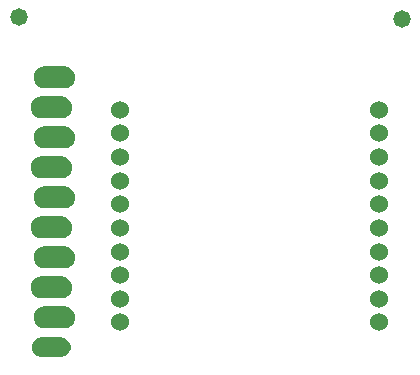
<source format=gbr>
G04 DipTrace 2.4.0.2*
%INTopMask.gbr*%
%MOMM*%
%ADD17C,1.524*%
%ADD23C,1.474*%
%FSLAX53Y53*%
G04*
G71*
G90*
G75*
G01*
%LNTopMask*%
%LPD*%
D23*
X1970Y33561D3*
X34394Y33409D3*
D17*
X10515Y25720D3*
Y23720D3*
Y21720D3*
Y19720D3*
Y17720D3*
Y15720D3*
Y13720D3*
Y11720D3*
Y9720D3*
Y7720D3*
X32515Y25720D3*
Y23720D3*
Y21720D3*
Y19720D3*
Y17720D3*
Y15720D3*
Y13720D3*
Y11720D3*
Y9720D3*
Y7720D3*
G36*
X3894Y4787D2*
X3611Y4837D1*
X3362Y4981D1*
X3177Y5201D1*
X3078Y5471D1*
Y5759D1*
X3176Y6029D1*
X3361Y6249D1*
X3610Y6393D1*
X3893Y6444D1*
X5549D1*
X5832Y6394D1*
X6081Y6250D1*
X6266Y6030D1*
X6365Y5760D1*
Y5472D1*
X6267Y5202D1*
X6082Y4982D1*
X5833Y4838D1*
X5550Y4787D1*
X3894D1*
G37*
G36*
X4139Y7225D2*
X3830Y7280D1*
X3549Y7441D1*
X3341Y7689D1*
X3230Y7993D1*
Y8316D1*
X3340Y8621D1*
X3548Y8869D1*
X3828Y9031D1*
X4138Y9085D1*
X5812D1*
X6121Y9031D1*
X6402Y8870D1*
X6610Y8622D1*
X6721Y8318D1*
Y7995D1*
X6611Y7690D1*
X6403Y7442D1*
X6123Y7280D1*
X5813Y7225D1*
X4139D1*
G37*
G36*
X3885Y9765D2*
X3576Y9820D1*
X3295Y9981D1*
X3087Y10229D1*
X2976Y10533D1*
Y10856D1*
X3086Y11161D1*
X3294Y11409D1*
X3574Y11571D1*
X3884Y11625D1*
X5558D1*
X5867Y11571D1*
X6148Y11410D1*
X6356Y11162D1*
X6467Y10858D1*
Y10535D1*
X6357Y10230D1*
X6149Y9982D1*
X5869Y9820D1*
X5559Y9765D1*
X3885D1*
G37*
G36*
X4139Y12305D2*
X3830Y12360D1*
X3549Y12521D1*
X3341Y12769D1*
X3230Y13073D1*
Y13396D1*
X3340Y13701D1*
X3548Y13949D1*
X3828Y14111D1*
X4138Y14165D1*
X5812D1*
X6121Y14111D1*
X6402Y13950D1*
X6610Y13702D1*
X6721Y13398D1*
Y13075D1*
X6611Y12770D1*
X6403Y12522D1*
X6123Y12360D1*
X5813Y12305D1*
X4139D1*
G37*
G36*
X3885Y14845D2*
X3576Y14900D1*
X3295Y15061D1*
X3087Y15309D1*
X2976Y15613D1*
Y15936D1*
X3086Y16241D1*
X3294Y16489D1*
X3574Y16651D1*
X3884Y16705D1*
X5558D1*
X5867Y16651D1*
X6148Y16490D1*
X6356Y16242D1*
X6467Y15938D1*
Y15615D1*
X6357Y15310D1*
X6149Y15062D1*
X5869Y14900D1*
X5559Y14845D1*
X3885D1*
G37*
G36*
X4139Y17385D2*
X3830Y17440D1*
X3549Y17601D1*
X3341Y17849D1*
X3230Y18153D1*
Y18476D1*
X3340Y18781D1*
X3548Y19029D1*
X3828Y19191D1*
X4138Y19245D1*
X5812D1*
X6121Y19191D1*
X6402Y19030D1*
X6610Y18782D1*
X6721Y18478D1*
Y18155D1*
X6611Y17850D1*
X6403Y17602D1*
X6123Y17440D1*
X5813Y17385D1*
X4139D1*
G37*
G36*
X3885Y19925D2*
X3576Y19980D1*
X3295Y20141D1*
X3087Y20389D1*
X2976Y20693D1*
Y21016D1*
X3086Y21321D1*
X3294Y21569D1*
X3574Y21731D1*
X3884Y21785D1*
X5558D1*
X5867Y21731D1*
X6148Y21570D1*
X6356Y21322D1*
X6467Y21018D1*
Y20695D1*
X6357Y20390D1*
X6149Y20142D1*
X5869Y19980D1*
X5559Y19925D1*
X3885D1*
G37*
G36*
X4139Y22465D2*
X3830Y22520D1*
X3549Y22681D1*
X3341Y22929D1*
X3230Y23233D1*
Y23556D1*
X3340Y23861D1*
X3548Y24109D1*
X3828Y24271D1*
X4138Y24325D1*
X5812D1*
X6121Y24271D1*
X6402Y24110D1*
X6610Y23862D1*
X6721Y23558D1*
Y23235D1*
X6611Y22930D1*
X6403Y22682D1*
X6123Y22520D1*
X5813Y22465D1*
X4139D1*
G37*
G36*
X3885Y25005D2*
X3576Y25060D1*
X3295Y25221D1*
X3087Y25469D1*
X2976Y25773D1*
Y26096D1*
X3086Y26401D1*
X3294Y26649D1*
X3574Y26811D1*
X3884Y26865D1*
X5558D1*
X5867Y26811D1*
X6148Y26650D1*
X6356Y26402D1*
X6467Y26098D1*
Y25775D1*
X6357Y25470D1*
X6149Y25222D1*
X5869Y25060D1*
X5559Y25005D1*
X3885D1*
G37*
G36*
X4139Y27545D2*
X3830Y27600D1*
X3549Y27761D1*
X3341Y28009D1*
X3230Y28313D1*
Y28636D1*
X3340Y28941D1*
X3548Y29189D1*
X3828Y29351D1*
X4138Y29405D1*
X5812D1*
X6121Y29351D1*
X6402Y29190D1*
X6610Y28942D1*
X6721Y28638D1*
Y28315D1*
X6611Y28010D1*
X6403Y27762D1*
X6123Y27600D1*
X5813Y27545D1*
X4139D1*
G37*
M02*

</source>
